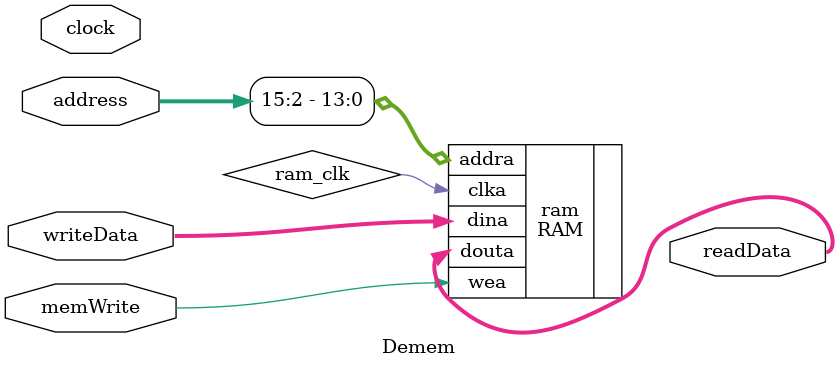
<source format=v>
module Demem (
    input clock,  // from CPU top 
    input memWrite,  // from controller 
    input [31:0] address,  // from alu_result of ALU 
    input [31:0] writeData,  // from read_data_2 of decoder 
    output [31:0] readData  // the data read from ram 
);

    RAM ram (
        .clka(ram_clk),
        .wea(memWrite),
        .addra(address[15:2]),
        .dina(writeData),
        .douta(readData)
    );
endmodule

</source>
